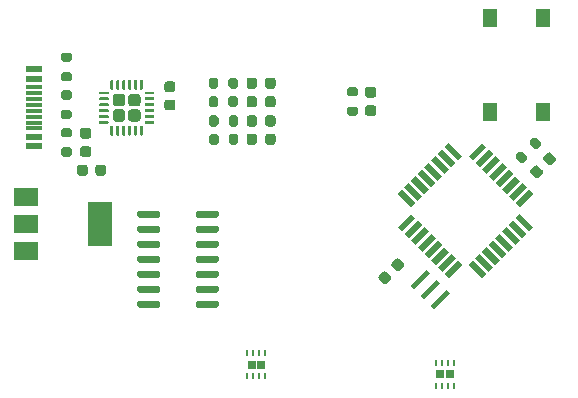
<source format=gbr>
%TF.GenerationSoftware,KiCad,Pcbnew,(5.1.10)-1*%
%TF.CreationDate,2021-10-28T16:28:33-07:00*%
%TF.ProjectId,AtlasPD,41746c61-7350-4442-9e6b-696361645f70,1.0*%
%TF.SameCoordinates,Original*%
%TF.FileFunction,Paste,Top*%
%TF.FilePolarity,Positive*%
%FSLAX46Y46*%
G04 Gerber Fmt 4.6, Leading zero omitted, Abs format (unit mm)*
G04 Created by KiCad (PCBNEW (5.1.10)-1) date 2021-10-28 16:28:33*
%MOMM*%
%LPD*%
G01*
G04 APERTURE LIST*
%ADD10R,0.650000X0.750000*%
%ADD11R,0.250000X0.500000*%
%ADD12R,1.300000X1.550000*%
%ADD13C,0.100000*%
%ADD14R,2.000000X1.500000*%
%ADD15R,2.000000X3.800000*%
%ADD16R,1.450000X0.600000*%
%ADD17R,1.450000X0.300000*%
G04 APERTURE END LIST*
%TO.C,C205*%
G36*
G01*
X238560800Y-36494600D02*
X239060800Y-36494600D01*
G75*
G02*
X239285800Y-36719600I0J-225000D01*
G01*
X239285800Y-37169600D01*
G75*
G02*
X239060800Y-37394600I-225000J0D01*
G01*
X238560800Y-37394600D01*
G75*
G02*
X238335800Y-37169600I0J225000D01*
G01*
X238335800Y-36719600D01*
G75*
G02*
X238560800Y-36494600I225000J0D01*
G01*
G37*
G36*
G01*
X238560800Y-34944600D02*
X239060800Y-34944600D01*
G75*
G02*
X239285800Y-35169600I0J-225000D01*
G01*
X239285800Y-35619600D01*
G75*
G02*
X239060800Y-35844600I-225000J0D01*
G01*
X238560800Y-35844600D01*
G75*
G02*
X238335800Y-35619600I0J225000D01*
G01*
X238335800Y-35169600D01*
G75*
G02*
X238560800Y-34944600I225000J0D01*
G01*
G37*
%TD*%
%TO.C,C403*%
G36*
G01*
X214863800Y-41736200D02*
X214863800Y-42236200D01*
G75*
G02*
X214638800Y-42461200I-225000J0D01*
G01*
X214188800Y-42461200D01*
G75*
G02*
X213963800Y-42236200I0J225000D01*
G01*
X213963800Y-41736200D01*
G75*
G02*
X214188800Y-41511200I225000J0D01*
G01*
X214638800Y-41511200D01*
G75*
G02*
X214863800Y-41736200I0J-225000D01*
G01*
G37*
G36*
G01*
X216413800Y-41736200D02*
X216413800Y-42236200D01*
G75*
G02*
X216188800Y-42461200I-225000J0D01*
G01*
X215738800Y-42461200D01*
G75*
G02*
X215513800Y-42236200I0J225000D01*
G01*
X215513800Y-41736200D01*
G75*
G02*
X215738800Y-41511200I225000J0D01*
G01*
X216188800Y-41511200D01*
G75*
G02*
X216413800Y-41736200I0J-225000D01*
G01*
G37*
%TD*%
D10*
%TO.C,U302*%
X244729000Y-59270900D03*
X245529000Y-59270900D03*
D11*
X245379000Y-58320900D03*
X245879000Y-58320900D03*
X245879000Y-60220900D03*
X244879000Y-60220900D03*
X244379000Y-60220900D03*
X244379000Y-58320900D03*
X244879000Y-58320900D03*
X245379000Y-60220900D03*
%TD*%
D10*
%TO.C,U303*%
X228739800Y-58445400D03*
X229539800Y-58445400D03*
D11*
X229389800Y-57495400D03*
X229889800Y-57495400D03*
X229889800Y-59395400D03*
X228889800Y-59395400D03*
X228389800Y-59395400D03*
X228389800Y-57495400D03*
X228889800Y-57495400D03*
X229389800Y-59395400D03*
%TD*%
%TO.C,U301*%
G36*
G01*
X221004000Y-53190000D02*
X221004000Y-53490000D01*
G75*
G02*
X220854000Y-53640000I-150000J0D01*
G01*
X219204000Y-53640000D01*
G75*
G02*
X219054000Y-53490000I0J150000D01*
G01*
X219054000Y-53190000D01*
G75*
G02*
X219204000Y-53040000I150000J0D01*
G01*
X220854000Y-53040000D01*
G75*
G02*
X221004000Y-53190000I0J-150000D01*
G01*
G37*
G36*
G01*
X221004000Y-51920000D02*
X221004000Y-52220000D01*
G75*
G02*
X220854000Y-52370000I-150000J0D01*
G01*
X219204000Y-52370000D01*
G75*
G02*
X219054000Y-52220000I0J150000D01*
G01*
X219054000Y-51920000D01*
G75*
G02*
X219204000Y-51770000I150000J0D01*
G01*
X220854000Y-51770000D01*
G75*
G02*
X221004000Y-51920000I0J-150000D01*
G01*
G37*
G36*
G01*
X221004000Y-50650000D02*
X221004000Y-50950000D01*
G75*
G02*
X220854000Y-51100000I-150000J0D01*
G01*
X219204000Y-51100000D01*
G75*
G02*
X219054000Y-50950000I0J150000D01*
G01*
X219054000Y-50650000D01*
G75*
G02*
X219204000Y-50500000I150000J0D01*
G01*
X220854000Y-50500000D01*
G75*
G02*
X221004000Y-50650000I0J-150000D01*
G01*
G37*
G36*
G01*
X221004000Y-49380000D02*
X221004000Y-49680000D01*
G75*
G02*
X220854000Y-49830000I-150000J0D01*
G01*
X219204000Y-49830000D01*
G75*
G02*
X219054000Y-49680000I0J150000D01*
G01*
X219054000Y-49380000D01*
G75*
G02*
X219204000Y-49230000I150000J0D01*
G01*
X220854000Y-49230000D01*
G75*
G02*
X221004000Y-49380000I0J-150000D01*
G01*
G37*
G36*
G01*
X221004000Y-48110000D02*
X221004000Y-48410000D01*
G75*
G02*
X220854000Y-48560000I-150000J0D01*
G01*
X219204000Y-48560000D01*
G75*
G02*
X219054000Y-48410000I0J150000D01*
G01*
X219054000Y-48110000D01*
G75*
G02*
X219204000Y-47960000I150000J0D01*
G01*
X220854000Y-47960000D01*
G75*
G02*
X221004000Y-48110000I0J-150000D01*
G01*
G37*
G36*
G01*
X221004000Y-46840000D02*
X221004000Y-47140000D01*
G75*
G02*
X220854000Y-47290000I-150000J0D01*
G01*
X219204000Y-47290000D01*
G75*
G02*
X219054000Y-47140000I0J150000D01*
G01*
X219054000Y-46840000D01*
G75*
G02*
X219204000Y-46690000I150000J0D01*
G01*
X220854000Y-46690000D01*
G75*
G02*
X221004000Y-46840000I0J-150000D01*
G01*
G37*
G36*
G01*
X221004000Y-45570000D02*
X221004000Y-45870000D01*
G75*
G02*
X220854000Y-46020000I-150000J0D01*
G01*
X219204000Y-46020000D01*
G75*
G02*
X219054000Y-45870000I0J150000D01*
G01*
X219054000Y-45570000D01*
G75*
G02*
X219204000Y-45420000I150000J0D01*
G01*
X220854000Y-45420000D01*
G75*
G02*
X221004000Y-45570000I0J-150000D01*
G01*
G37*
G36*
G01*
X225954000Y-45570000D02*
X225954000Y-45870000D01*
G75*
G02*
X225804000Y-46020000I-150000J0D01*
G01*
X224154000Y-46020000D01*
G75*
G02*
X224004000Y-45870000I0J150000D01*
G01*
X224004000Y-45570000D01*
G75*
G02*
X224154000Y-45420000I150000J0D01*
G01*
X225804000Y-45420000D01*
G75*
G02*
X225954000Y-45570000I0J-150000D01*
G01*
G37*
G36*
G01*
X225954000Y-46840000D02*
X225954000Y-47140000D01*
G75*
G02*
X225804000Y-47290000I-150000J0D01*
G01*
X224154000Y-47290000D01*
G75*
G02*
X224004000Y-47140000I0J150000D01*
G01*
X224004000Y-46840000D01*
G75*
G02*
X224154000Y-46690000I150000J0D01*
G01*
X225804000Y-46690000D01*
G75*
G02*
X225954000Y-46840000I0J-150000D01*
G01*
G37*
G36*
G01*
X225954000Y-48110000D02*
X225954000Y-48410000D01*
G75*
G02*
X225804000Y-48560000I-150000J0D01*
G01*
X224154000Y-48560000D01*
G75*
G02*
X224004000Y-48410000I0J150000D01*
G01*
X224004000Y-48110000D01*
G75*
G02*
X224154000Y-47960000I150000J0D01*
G01*
X225804000Y-47960000D01*
G75*
G02*
X225954000Y-48110000I0J-150000D01*
G01*
G37*
G36*
G01*
X225954000Y-49380000D02*
X225954000Y-49680000D01*
G75*
G02*
X225804000Y-49830000I-150000J0D01*
G01*
X224154000Y-49830000D01*
G75*
G02*
X224004000Y-49680000I0J150000D01*
G01*
X224004000Y-49380000D01*
G75*
G02*
X224154000Y-49230000I150000J0D01*
G01*
X225804000Y-49230000D01*
G75*
G02*
X225954000Y-49380000I0J-150000D01*
G01*
G37*
G36*
G01*
X225954000Y-50650000D02*
X225954000Y-50950000D01*
G75*
G02*
X225804000Y-51100000I-150000J0D01*
G01*
X224154000Y-51100000D01*
G75*
G02*
X224004000Y-50950000I0J150000D01*
G01*
X224004000Y-50650000D01*
G75*
G02*
X224154000Y-50500000I150000J0D01*
G01*
X225804000Y-50500000D01*
G75*
G02*
X225954000Y-50650000I0J-150000D01*
G01*
G37*
G36*
G01*
X225954000Y-51920000D02*
X225954000Y-52220000D01*
G75*
G02*
X225804000Y-52370000I-150000J0D01*
G01*
X224154000Y-52370000D01*
G75*
G02*
X224004000Y-52220000I0J150000D01*
G01*
X224004000Y-51920000D01*
G75*
G02*
X224154000Y-51770000I150000J0D01*
G01*
X225804000Y-51770000D01*
G75*
G02*
X225954000Y-51920000I0J-150000D01*
G01*
G37*
G36*
G01*
X225954000Y-53190000D02*
X225954000Y-53490000D01*
G75*
G02*
X225804000Y-53640000I-150000J0D01*
G01*
X224154000Y-53640000D01*
G75*
G02*
X224004000Y-53490000I0J150000D01*
G01*
X224004000Y-53190000D01*
G75*
G02*
X224154000Y-53040000I150000J0D01*
G01*
X225804000Y-53040000D01*
G75*
G02*
X225954000Y-53190000I0J-150000D01*
G01*
G37*
%TD*%
%TO.C,D204*%
G36*
G01*
X229889800Y-36451250D02*
X229889800Y-35938750D01*
G75*
G02*
X230108550Y-35720000I218750J0D01*
G01*
X230546050Y-35720000D01*
G75*
G02*
X230764800Y-35938750I0J-218750D01*
G01*
X230764800Y-36451250D01*
G75*
G02*
X230546050Y-36670000I-218750J0D01*
G01*
X230108550Y-36670000D01*
G75*
G02*
X229889800Y-36451250I0J218750D01*
G01*
G37*
G36*
G01*
X228314800Y-36451250D02*
X228314800Y-35938750D01*
G75*
G02*
X228533550Y-35720000I218750J0D01*
G01*
X228971050Y-35720000D01*
G75*
G02*
X229189800Y-35938750I0J-218750D01*
G01*
X229189800Y-36451250D01*
G75*
G02*
X228971050Y-36670000I-218750J0D01*
G01*
X228533550Y-36670000D01*
G75*
G02*
X228314800Y-36451250I0J218750D01*
G01*
G37*
%TD*%
%TO.C,D201*%
G36*
G01*
X229889800Y-34876450D02*
X229889800Y-34363950D01*
G75*
G02*
X230108550Y-34145200I218750J0D01*
G01*
X230546050Y-34145200D01*
G75*
G02*
X230764800Y-34363950I0J-218750D01*
G01*
X230764800Y-34876450D01*
G75*
G02*
X230546050Y-35095200I-218750J0D01*
G01*
X230108550Y-35095200D01*
G75*
G02*
X229889800Y-34876450I0J218750D01*
G01*
G37*
G36*
G01*
X228314800Y-34876450D02*
X228314800Y-34363950D01*
G75*
G02*
X228533550Y-34145200I218750J0D01*
G01*
X228971050Y-34145200D01*
G75*
G02*
X229189800Y-34363950I0J-218750D01*
G01*
X229189800Y-34876450D01*
G75*
G02*
X228971050Y-35095200I-218750J0D01*
G01*
X228533550Y-35095200D01*
G75*
G02*
X228314800Y-34876450I0J218750D01*
G01*
G37*
%TD*%
%TO.C,D203*%
G36*
G01*
X229889800Y-38076850D02*
X229889800Y-37564350D01*
G75*
G02*
X230108550Y-37345600I218750J0D01*
G01*
X230546050Y-37345600D01*
G75*
G02*
X230764800Y-37564350I0J-218750D01*
G01*
X230764800Y-38076850D01*
G75*
G02*
X230546050Y-38295600I-218750J0D01*
G01*
X230108550Y-38295600D01*
G75*
G02*
X229889800Y-38076850I0J218750D01*
G01*
G37*
G36*
G01*
X228314800Y-38076850D02*
X228314800Y-37564350D01*
G75*
G02*
X228533550Y-37345600I218750J0D01*
G01*
X228971050Y-37345600D01*
G75*
G02*
X229189800Y-37564350I0J-218750D01*
G01*
X229189800Y-38076850D01*
G75*
G02*
X228971050Y-38295600I-218750J0D01*
G01*
X228533550Y-38295600D01*
G75*
G02*
X228314800Y-38076850I0J218750D01*
G01*
G37*
%TD*%
%TO.C,D202*%
G36*
G01*
X229889800Y-39626250D02*
X229889800Y-39113750D01*
G75*
G02*
X230108550Y-38895000I218750J0D01*
G01*
X230546050Y-38895000D01*
G75*
G02*
X230764800Y-39113750I0J-218750D01*
G01*
X230764800Y-39626250D01*
G75*
G02*
X230546050Y-39845000I-218750J0D01*
G01*
X230108550Y-39845000D01*
G75*
G02*
X229889800Y-39626250I0J218750D01*
G01*
G37*
G36*
G01*
X228314800Y-39626250D02*
X228314800Y-39113750D01*
G75*
G02*
X228533550Y-38895000I218750J0D01*
G01*
X228971050Y-38895000D01*
G75*
G02*
X229189800Y-39113750I0J-218750D01*
G01*
X229189800Y-39626250D01*
G75*
G02*
X228971050Y-39845000I-218750J0D01*
G01*
X228533550Y-39845000D01*
G75*
G02*
X228314800Y-39626250I0J218750D01*
G01*
G37*
%TD*%
%TO.C,R201*%
G36*
G01*
X213330200Y-36024000D02*
X212780200Y-36024000D01*
G75*
G02*
X212580200Y-35824000I0J200000D01*
G01*
X212580200Y-35424000D01*
G75*
G02*
X212780200Y-35224000I200000J0D01*
G01*
X213330200Y-35224000D01*
G75*
G02*
X213530200Y-35424000I0J-200000D01*
G01*
X213530200Y-35824000D01*
G75*
G02*
X213330200Y-36024000I-200000J0D01*
G01*
G37*
G36*
G01*
X213330200Y-37674000D02*
X212780200Y-37674000D01*
G75*
G02*
X212580200Y-37474000I0J200000D01*
G01*
X212580200Y-37074000D01*
G75*
G02*
X212780200Y-36874000I200000J0D01*
G01*
X213330200Y-36874000D01*
G75*
G02*
X213530200Y-37074000I0J-200000D01*
G01*
X213530200Y-37474000D01*
G75*
G02*
X213330200Y-37674000I-200000J0D01*
G01*
G37*
%TD*%
D12*
%TO.C,SW201*%
X248879800Y-37071200D03*
X253379800Y-37071200D03*
X253379800Y-29121200D03*
X248879800Y-29121200D03*
%TD*%
D13*
%TO.C,Y201*%
G36*
X243814973Y-50726870D02*
G01*
X242471470Y-52070373D01*
X242188627Y-51787530D01*
X243532130Y-50444027D01*
X243814973Y-50726870D01*
G37*
G36*
X244663502Y-51575398D02*
G01*
X243319999Y-52918901D01*
X243037156Y-52636058D01*
X244380659Y-51292555D01*
X244663502Y-51575398D01*
G37*
G36*
X245512030Y-52423927D02*
G01*
X244168527Y-53767430D01*
X243885684Y-53484587D01*
X245229187Y-52141084D01*
X245512030Y-52423927D01*
G37*
%TD*%
D14*
%TO.C,U401*%
X209600400Y-44258200D03*
X209600400Y-48858200D03*
X209600400Y-46558200D03*
D15*
X215900400Y-46558200D03*
%TD*%
%TO.C,U201*%
G36*
G01*
X218285600Y-37628001D02*
X218285600Y-37077999D01*
G75*
G02*
X218535599Y-36828000I249999J0D01*
G01*
X219085601Y-36828000D01*
G75*
G02*
X219335600Y-37077999I0J-249999D01*
G01*
X219335600Y-37628001D01*
G75*
G02*
X219085601Y-37878000I-249999J0D01*
G01*
X218535599Y-37878000D01*
G75*
G02*
X218285600Y-37628001I0J249999D01*
G01*
G37*
G36*
G01*
X218285600Y-36328001D02*
X218285600Y-35777999D01*
G75*
G02*
X218535599Y-35528000I249999J0D01*
G01*
X219085601Y-35528000D01*
G75*
G02*
X219335600Y-35777999I0J-249999D01*
G01*
X219335600Y-36328001D01*
G75*
G02*
X219085601Y-36578000I-249999J0D01*
G01*
X218535599Y-36578000D01*
G75*
G02*
X218285600Y-36328001I0J249999D01*
G01*
G37*
G36*
G01*
X216985600Y-37628001D02*
X216985600Y-37077999D01*
G75*
G02*
X217235599Y-36828000I249999J0D01*
G01*
X217785601Y-36828000D01*
G75*
G02*
X218035600Y-37077999I0J-249999D01*
G01*
X218035600Y-37628001D01*
G75*
G02*
X217785601Y-37878000I-249999J0D01*
G01*
X217235599Y-37878000D01*
G75*
G02*
X216985600Y-37628001I0J249999D01*
G01*
G37*
G36*
G01*
X216985600Y-36328001D02*
X216985600Y-35777999D01*
G75*
G02*
X217235599Y-35528000I249999J0D01*
G01*
X217785601Y-35528000D01*
G75*
G02*
X218035600Y-35777999I0J-249999D01*
G01*
X218035600Y-36328001D01*
G75*
G02*
X217785601Y-36578000I-249999J0D01*
G01*
X217235599Y-36578000D01*
G75*
G02*
X216985600Y-36328001I0J249999D01*
G01*
G37*
G36*
G01*
X216785600Y-35115500D02*
X216785600Y-34415500D01*
G75*
G02*
X216848100Y-34353000I62500J0D01*
G01*
X216973100Y-34353000D01*
G75*
G02*
X217035600Y-34415500I0J-62500D01*
G01*
X217035600Y-35115500D01*
G75*
G02*
X216973100Y-35178000I-62500J0D01*
G01*
X216848100Y-35178000D01*
G75*
G02*
X216785600Y-35115500I0J62500D01*
G01*
G37*
G36*
G01*
X217285600Y-35115500D02*
X217285600Y-34415500D01*
G75*
G02*
X217348100Y-34353000I62500J0D01*
G01*
X217473100Y-34353000D01*
G75*
G02*
X217535600Y-34415500I0J-62500D01*
G01*
X217535600Y-35115500D01*
G75*
G02*
X217473100Y-35178000I-62500J0D01*
G01*
X217348100Y-35178000D01*
G75*
G02*
X217285600Y-35115500I0J62500D01*
G01*
G37*
G36*
G01*
X217785600Y-35115500D02*
X217785600Y-34415500D01*
G75*
G02*
X217848100Y-34353000I62500J0D01*
G01*
X217973100Y-34353000D01*
G75*
G02*
X218035600Y-34415500I0J-62500D01*
G01*
X218035600Y-35115500D01*
G75*
G02*
X217973100Y-35178000I-62500J0D01*
G01*
X217848100Y-35178000D01*
G75*
G02*
X217785600Y-35115500I0J62500D01*
G01*
G37*
G36*
G01*
X218285600Y-35115500D02*
X218285600Y-34415500D01*
G75*
G02*
X218348100Y-34353000I62500J0D01*
G01*
X218473100Y-34353000D01*
G75*
G02*
X218535600Y-34415500I0J-62500D01*
G01*
X218535600Y-35115500D01*
G75*
G02*
X218473100Y-35178000I-62500J0D01*
G01*
X218348100Y-35178000D01*
G75*
G02*
X218285600Y-35115500I0J62500D01*
G01*
G37*
G36*
G01*
X218785600Y-35115500D02*
X218785600Y-34415500D01*
G75*
G02*
X218848100Y-34353000I62500J0D01*
G01*
X218973100Y-34353000D01*
G75*
G02*
X219035600Y-34415500I0J-62500D01*
G01*
X219035600Y-35115500D01*
G75*
G02*
X218973100Y-35178000I-62500J0D01*
G01*
X218848100Y-35178000D01*
G75*
G02*
X218785600Y-35115500I0J62500D01*
G01*
G37*
G36*
G01*
X219285600Y-35115500D02*
X219285600Y-34415500D01*
G75*
G02*
X219348100Y-34353000I62500J0D01*
G01*
X219473100Y-34353000D01*
G75*
G02*
X219535600Y-34415500I0J-62500D01*
G01*
X219535600Y-35115500D01*
G75*
G02*
X219473100Y-35178000I-62500J0D01*
G01*
X219348100Y-35178000D01*
G75*
G02*
X219285600Y-35115500I0J62500D01*
G01*
G37*
G36*
G01*
X219685600Y-35515500D02*
X219685600Y-35390500D01*
G75*
G02*
X219748100Y-35328000I62500J0D01*
G01*
X220448100Y-35328000D01*
G75*
G02*
X220510600Y-35390500I0J-62500D01*
G01*
X220510600Y-35515500D01*
G75*
G02*
X220448100Y-35578000I-62500J0D01*
G01*
X219748100Y-35578000D01*
G75*
G02*
X219685600Y-35515500I0J62500D01*
G01*
G37*
G36*
G01*
X219685600Y-36015500D02*
X219685600Y-35890500D01*
G75*
G02*
X219748100Y-35828000I62500J0D01*
G01*
X220448100Y-35828000D01*
G75*
G02*
X220510600Y-35890500I0J-62500D01*
G01*
X220510600Y-36015500D01*
G75*
G02*
X220448100Y-36078000I-62500J0D01*
G01*
X219748100Y-36078000D01*
G75*
G02*
X219685600Y-36015500I0J62500D01*
G01*
G37*
G36*
G01*
X219685600Y-36515500D02*
X219685600Y-36390500D01*
G75*
G02*
X219748100Y-36328000I62500J0D01*
G01*
X220448100Y-36328000D01*
G75*
G02*
X220510600Y-36390500I0J-62500D01*
G01*
X220510600Y-36515500D01*
G75*
G02*
X220448100Y-36578000I-62500J0D01*
G01*
X219748100Y-36578000D01*
G75*
G02*
X219685600Y-36515500I0J62500D01*
G01*
G37*
G36*
G01*
X219685600Y-37015500D02*
X219685600Y-36890500D01*
G75*
G02*
X219748100Y-36828000I62500J0D01*
G01*
X220448100Y-36828000D01*
G75*
G02*
X220510600Y-36890500I0J-62500D01*
G01*
X220510600Y-37015500D01*
G75*
G02*
X220448100Y-37078000I-62500J0D01*
G01*
X219748100Y-37078000D01*
G75*
G02*
X219685600Y-37015500I0J62500D01*
G01*
G37*
G36*
G01*
X219685600Y-37515500D02*
X219685600Y-37390500D01*
G75*
G02*
X219748100Y-37328000I62500J0D01*
G01*
X220448100Y-37328000D01*
G75*
G02*
X220510600Y-37390500I0J-62500D01*
G01*
X220510600Y-37515500D01*
G75*
G02*
X220448100Y-37578000I-62500J0D01*
G01*
X219748100Y-37578000D01*
G75*
G02*
X219685600Y-37515500I0J62500D01*
G01*
G37*
G36*
G01*
X219685600Y-38015500D02*
X219685600Y-37890500D01*
G75*
G02*
X219748100Y-37828000I62500J0D01*
G01*
X220448100Y-37828000D01*
G75*
G02*
X220510600Y-37890500I0J-62500D01*
G01*
X220510600Y-38015500D01*
G75*
G02*
X220448100Y-38078000I-62500J0D01*
G01*
X219748100Y-38078000D01*
G75*
G02*
X219685600Y-38015500I0J62500D01*
G01*
G37*
G36*
G01*
X219285600Y-38990500D02*
X219285600Y-38290500D01*
G75*
G02*
X219348100Y-38228000I62500J0D01*
G01*
X219473100Y-38228000D01*
G75*
G02*
X219535600Y-38290500I0J-62500D01*
G01*
X219535600Y-38990500D01*
G75*
G02*
X219473100Y-39053000I-62500J0D01*
G01*
X219348100Y-39053000D01*
G75*
G02*
X219285600Y-38990500I0J62500D01*
G01*
G37*
G36*
G01*
X218785600Y-38990500D02*
X218785600Y-38290500D01*
G75*
G02*
X218848100Y-38228000I62500J0D01*
G01*
X218973100Y-38228000D01*
G75*
G02*
X219035600Y-38290500I0J-62500D01*
G01*
X219035600Y-38990500D01*
G75*
G02*
X218973100Y-39053000I-62500J0D01*
G01*
X218848100Y-39053000D01*
G75*
G02*
X218785600Y-38990500I0J62500D01*
G01*
G37*
G36*
G01*
X218285600Y-38990500D02*
X218285600Y-38290500D01*
G75*
G02*
X218348100Y-38228000I62500J0D01*
G01*
X218473100Y-38228000D01*
G75*
G02*
X218535600Y-38290500I0J-62500D01*
G01*
X218535600Y-38990500D01*
G75*
G02*
X218473100Y-39053000I-62500J0D01*
G01*
X218348100Y-39053000D01*
G75*
G02*
X218285600Y-38990500I0J62500D01*
G01*
G37*
G36*
G01*
X217785600Y-38990500D02*
X217785600Y-38290500D01*
G75*
G02*
X217848100Y-38228000I62500J0D01*
G01*
X217973100Y-38228000D01*
G75*
G02*
X218035600Y-38290500I0J-62500D01*
G01*
X218035600Y-38990500D01*
G75*
G02*
X217973100Y-39053000I-62500J0D01*
G01*
X217848100Y-39053000D01*
G75*
G02*
X217785600Y-38990500I0J62500D01*
G01*
G37*
G36*
G01*
X217285600Y-38990500D02*
X217285600Y-38290500D01*
G75*
G02*
X217348100Y-38228000I62500J0D01*
G01*
X217473100Y-38228000D01*
G75*
G02*
X217535600Y-38290500I0J-62500D01*
G01*
X217535600Y-38990500D01*
G75*
G02*
X217473100Y-39053000I-62500J0D01*
G01*
X217348100Y-39053000D01*
G75*
G02*
X217285600Y-38990500I0J62500D01*
G01*
G37*
G36*
G01*
X216785600Y-38990500D02*
X216785600Y-38290500D01*
G75*
G02*
X216848100Y-38228000I62500J0D01*
G01*
X216973100Y-38228000D01*
G75*
G02*
X217035600Y-38290500I0J-62500D01*
G01*
X217035600Y-38990500D01*
G75*
G02*
X216973100Y-39053000I-62500J0D01*
G01*
X216848100Y-39053000D01*
G75*
G02*
X216785600Y-38990500I0J62500D01*
G01*
G37*
G36*
G01*
X215810600Y-38015500D02*
X215810600Y-37890500D01*
G75*
G02*
X215873100Y-37828000I62500J0D01*
G01*
X216573100Y-37828000D01*
G75*
G02*
X216635600Y-37890500I0J-62500D01*
G01*
X216635600Y-38015500D01*
G75*
G02*
X216573100Y-38078000I-62500J0D01*
G01*
X215873100Y-38078000D01*
G75*
G02*
X215810600Y-38015500I0J62500D01*
G01*
G37*
G36*
G01*
X215810600Y-37515500D02*
X215810600Y-37390500D01*
G75*
G02*
X215873100Y-37328000I62500J0D01*
G01*
X216573100Y-37328000D01*
G75*
G02*
X216635600Y-37390500I0J-62500D01*
G01*
X216635600Y-37515500D01*
G75*
G02*
X216573100Y-37578000I-62500J0D01*
G01*
X215873100Y-37578000D01*
G75*
G02*
X215810600Y-37515500I0J62500D01*
G01*
G37*
G36*
G01*
X215810600Y-37015500D02*
X215810600Y-36890500D01*
G75*
G02*
X215873100Y-36828000I62500J0D01*
G01*
X216573100Y-36828000D01*
G75*
G02*
X216635600Y-36890500I0J-62500D01*
G01*
X216635600Y-37015500D01*
G75*
G02*
X216573100Y-37078000I-62500J0D01*
G01*
X215873100Y-37078000D01*
G75*
G02*
X215810600Y-37015500I0J62500D01*
G01*
G37*
G36*
G01*
X215810600Y-36515500D02*
X215810600Y-36390500D01*
G75*
G02*
X215873100Y-36328000I62500J0D01*
G01*
X216573100Y-36328000D01*
G75*
G02*
X216635600Y-36390500I0J-62500D01*
G01*
X216635600Y-36515500D01*
G75*
G02*
X216573100Y-36578000I-62500J0D01*
G01*
X215873100Y-36578000D01*
G75*
G02*
X215810600Y-36515500I0J62500D01*
G01*
G37*
G36*
G01*
X215810600Y-36015500D02*
X215810600Y-35890500D01*
G75*
G02*
X215873100Y-35828000I62500J0D01*
G01*
X216573100Y-35828000D01*
G75*
G02*
X216635600Y-35890500I0J-62500D01*
G01*
X216635600Y-36015500D01*
G75*
G02*
X216573100Y-36078000I-62500J0D01*
G01*
X215873100Y-36078000D01*
G75*
G02*
X215810600Y-36015500I0J62500D01*
G01*
G37*
G36*
G01*
X215810600Y-35515500D02*
X215810600Y-35390500D01*
G75*
G02*
X215873100Y-35328000I62500J0D01*
G01*
X216573100Y-35328000D01*
G75*
G02*
X216635600Y-35390500I0J-62500D01*
G01*
X216635600Y-35515500D01*
G75*
G02*
X216573100Y-35578000I-62500J0D01*
G01*
X215873100Y-35578000D01*
G75*
G02*
X215810600Y-35515500I0J62500D01*
G01*
G37*
%TD*%
D13*
%TO.C,U202*%
G36*
X242612237Y-44735726D02*
G01*
X242223328Y-45124635D01*
X241091957Y-43993264D01*
X241480866Y-43604355D01*
X242612237Y-44735726D01*
G37*
G36*
X243177923Y-44170041D02*
G01*
X242789014Y-44558950D01*
X241657643Y-43427579D01*
X242046552Y-43038670D01*
X243177923Y-44170041D01*
G37*
G36*
X243743608Y-43604355D02*
G01*
X243354699Y-43993264D01*
X242223328Y-42861893D01*
X242612237Y-42472984D01*
X243743608Y-43604355D01*
G37*
G36*
X244309293Y-43038670D02*
G01*
X243920384Y-43427579D01*
X242789013Y-42296208D01*
X243177922Y-41907299D01*
X244309293Y-43038670D01*
G37*
G36*
X244874979Y-42472984D02*
G01*
X244486070Y-42861893D01*
X243354699Y-41730522D01*
X243743608Y-41341613D01*
X244874979Y-42472984D01*
G37*
G36*
X245440664Y-41907299D02*
G01*
X245051755Y-42296208D01*
X243920384Y-41164837D01*
X244309293Y-40775928D01*
X245440664Y-41907299D01*
G37*
G36*
X246006350Y-41341614D02*
G01*
X245617441Y-41730523D01*
X244486070Y-40599152D01*
X244874979Y-40210243D01*
X246006350Y-41341614D01*
G37*
G36*
X246572035Y-40775928D02*
G01*
X246183126Y-41164837D01*
X245051755Y-40033466D01*
X245440664Y-39644557D01*
X246572035Y-40775928D01*
G37*
G36*
X247491274Y-41164837D02*
G01*
X247102365Y-40775928D01*
X248233736Y-39644557D01*
X248622645Y-40033466D01*
X247491274Y-41164837D01*
G37*
G36*
X248056959Y-41730523D02*
G01*
X247668050Y-41341614D01*
X248799421Y-40210243D01*
X249188330Y-40599152D01*
X248056959Y-41730523D01*
G37*
G36*
X248622645Y-42296208D02*
G01*
X248233736Y-41907299D01*
X249365107Y-40775928D01*
X249754016Y-41164837D01*
X248622645Y-42296208D01*
G37*
G36*
X249188330Y-42861893D02*
G01*
X248799421Y-42472984D01*
X249930792Y-41341613D01*
X250319701Y-41730522D01*
X249188330Y-42861893D01*
G37*
G36*
X249754016Y-43427579D02*
G01*
X249365107Y-43038670D01*
X250496478Y-41907299D01*
X250885387Y-42296208D01*
X249754016Y-43427579D01*
G37*
G36*
X250319701Y-43993264D02*
G01*
X249930792Y-43604355D01*
X251062163Y-42472984D01*
X251451072Y-42861893D01*
X250319701Y-43993264D01*
G37*
G36*
X250885386Y-44558950D02*
G01*
X250496477Y-44170041D01*
X251627848Y-43038670D01*
X252016757Y-43427579D01*
X250885386Y-44558950D01*
G37*
G36*
X251451072Y-45124635D02*
G01*
X251062163Y-44735726D01*
X252193534Y-43604355D01*
X252582443Y-43993264D01*
X251451072Y-45124635D01*
G37*
G36*
X252582443Y-46786336D02*
G01*
X252193534Y-47175245D01*
X251062163Y-46043874D01*
X251451072Y-45654965D01*
X252582443Y-46786336D01*
G37*
G36*
X252016757Y-47352021D02*
G01*
X251627848Y-47740930D01*
X250496477Y-46609559D01*
X250885386Y-46220650D01*
X252016757Y-47352021D01*
G37*
G36*
X251451072Y-47917707D02*
G01*
X251062163Y-48306616D01*
X249930792Y-47175245D01*
X250319701Y-46786336D01*
X251451072Y-47917707D01*
G37*
G36*
X250885387Y-48483392D02*
G01*
X250496478Y-48872301D01*
X249365107Y-47740930D01*
X249754016Y-47352021D01*
X250885387Y-48483392D01*
G37*
G36*
X250319701Y-49049078D02*
G01*
X249930792Y-49437987D01*
X248799421Y-48306616D01*
X249188330Y-47917707D01*
X250319701Y-49049078D01*
G37*
G36*
X249754016Y-49614763D02*
G01*
X249365107Y-50003672D01*
X248233736Y-48872301D01*
X248622645Y-48483392D01*
X249754016Y-49614763D01*
G37*
G36*
X249188330Y-50180448D02*
G01*
X248799421Y-50569357D01*
X247668050Y-49437986D01*
X248056959Y-49049077D01*
X249188330Y-50180448D01*
G37*
G36*
X248622645Y-50746134D02*
G01*
X248233736Y-51135043D01*
X247102365Y-50003672D01*
X247491274Y-49614763D01*
X248622645Y-50746134D01*
G37*
G36*
X245440664Y-51135043D02*
G01*
X245051755Y-50746134D01*
X246183126Y-49614763D01*
X246572035Y-50003672D01*
X245440664Y-51135043D01*
G37*
G36*
X244874979Y-50569357D02*
G01*
X244486070Y-50180448D01*
X245617441Y-49049077D01*
X246006350Y-49437986D01*
X244874979Y-50569357D01*
G37*
G36*
X244309293Y-50003672D02*
G01*
X243920384Y-49614763D01*
X245051755Y-48483392D01*
X245440664Y-48872301D01*
X244309293Y-50003672D01*
G37*
G36*
X243743608Y-49437987D02*
G01*
X243354699Y-49049078D01*
X244486070Y-47917707D01*
X244874979Y-48306616D01*
X243743608Y-49437987D01*
G37*
G36*
X243177922Y-48872301D02*
G01*
X242789013Y-48483392D01*
X243920384Y-47352021D01*
X244309293Y-47740930D01*
X243177922Y-48872301D01*
G37*
G36*
X242612237Y-48306616D02*
G01*
X242223328Y-47917707D01*
X243354699Y-46786336D01*
X243743608Y-47175245D01*
X242612237Y-48306616D01*
G37*
G36*
X242046552Y-47740930D02*
G01*
X241657643Y-47352021D01*
X242789014Y-46220650D01*
X243177923Y-46609559D01*
X242046552Y-47740930D01*
G37*
G36*
X241480866Y-47175245D02*
G01*
X241091957Y-46786336D01*
X242223328Y-45654965D01*
X242612237Y-46043874D01*
X241480866Y-47175245D01*
G37*
%TD*%
%TO.C,R209*%
G36*
G01*
X251676225Y-40415866D02*
X252065134Y-40804775D01*
G75*
G02*
X252065134Y-41087617I-141421J-141421D01*
G01*
X251782291Y-41370460D01*
G75*
G02*
X251499449Y-41370460I-141421J141421D01*
G01*
X251110540Y-40981551D01*
G75*
G02*
X251110540Y-40698709I141421J141421D01*
G01*
X251393383Y-40415866D01*
G75*
G02*
X251676225Y-40415866I141421J-141421D01*
G01*
G37*
G36*
G01*
X252842951Y-39249140D02*
X253231860Y-39638049D01*
G75*
G02*
X253231860Y-39920891I-141421J-141421D01*
G01*
X252949017Y-40203734D01*
G75*
G02*
X252666175Y-40203734I-141421J141421D01*
G01*
X252277266Y-39814825D01*
G75*
G02*
X252277266Y-39531983I141421J141421D01*
G01*
X252560109Y-39249140D01*
G75*
G02*
X252842951Y-39249140I141421J-141421D01*
G01*
G37*
%TD*%
%TO.C,R208*%
G36*
G01*
X237011800Y-36594600D02*
X237561800Y-36594600D01*
G75*
G02*
X237761800Y-36794600I0J-200000D01*
G01*
X237761800Y-37194600D01*
G75*
G02*
X237561800Y-37394600I-200000J0D01*
G01*
X237011800Y-37394600D01*
G75*
G02*
X236811800Y-37194600I0J200000D01*
G01*
X236811800Y-36794600D01*
G75*
G02*
X237011800Y-36594600I200000J0D01*
G01*
G37*
G36*
G01*
X237011800Y-34944600D02*
X237561800Y-34944600D01*
G75*
G02*
X237761800Y-35144600I0J-200000D01*
G01*
X237761800Y-35544600D01*
G75*
G02*
X237561800Y-35744600I-200000J0D01*
G01*
X237011800Y-35744600D01*
G75*
G02*
X236811800Y-35544600I0J200000D01*
G01*
X236811800Y-35144600D01*
G75*
G02*
X237011800Y-34944600I200000J0D01*
G01*
G37*
%TD*%
%TO.C,R207*%
G36*
G01*
X225927600Y-35920000D02*
X225927600Y-36470000D01*
G75*
G02*
X225727600Y-36670000I-200000J0D01*
G01*
X225327600Y-36670000D01*
G75*
G02*
X225127600Y-36470000I0J200000D01*
G01*
X225127600Y-35920000D01*
G75*
G02*
X225327600Y-35720000I200000J0D01*
G01*
X225727600Y-35720000D01*
G75*
G02*
X225927600Y-35920000I0J-200000D01*
G01*
G37*
G36*
G01*
X227577600Y-35920000D02*
X227577600Y-36470000D01*
G75*
G02*
X227377600Y-36670000I-200000J0D01*
G01*
X226977600Y-36670000D01*
G75*
G02*
X226777600Y-36470000I0J200000D01*
G01*
X226777600Y-35920000D01*
G75*
G02*
X226977600Y-35720000I200000J0D01*
G01*
X227377600Y-35720000D01*
G75*
G02*
X227577600Y-35920000I0J-200000D01*
G01*
G37*
%TD*%
%TO.C,R204*%
G36*
G01*
X225926600Y-34345200D02*
X225926600Y-34895200D01*
G75*
G02*
X225726600Y-35095200I-200000J0D01*
G01*
X225326600Y-35095200D01*
G75*
G02*
X225126600Y-34895200I0J200000D01*
G01*
X225126600Y-34345200D01*
G75*
G02*
X225326600Y-34145200I200000J0D01*
G01*
X225726600Y-34145200D01*
G75*
G02*
X225926600Y-34345200I0J-200000D01*
G01*
G37*
G36*
G01*
X227576600Y-34345200D02*
X227576600Y-34895200D01*
G75*
G02*
X227376600Y-35095200I-200000J0D01*
G01*
X226976600Y-35095200D01*
G75*
G02*
X226776600Y-34895200I0J200000D01*
G01*
X226776600Y-34345200D01*
G75*
G02*
X226976600Y-34145200I200000J0D01*
G01*
X227376600Y-34145200D01*
G75*
G02*
X227576600Y-34345200I0J-200000D01*
G01*
G37*
%TD*%
%TO.C,R206*%
G36*
G01*
X226789800Y-38095600D02*
X226789800Y-37545600D01*
G75*
G02*
X226989800Y-37345600I200000J0D01*
G01*
X227389800Y-37345600D01*
G75*
G02*
X227589800Y-37545600I0J-200000D01*
G01*
X227589800Y-38095600D01*
G75*
G02*
X227389800Y-38295600I-200000J0D01*
G01*
X226989800Y-38295600D01*
G75*
G02*
X226789800Y-38095600I0J200000D01*
G01*
G37*
G36*
G01*
X225139800Y-38095600D02*
X225139800Y-37545600D01*
G75*
G02*
X225339800Y-37345600I200000J0D01*
G01*
X225739800Y-37345600D01*
G75*
G02*
X225939800Y-37545600I0J-200000D01*
G01*
X225939800Y-38095600D01*
G75*
G02*
X225739800Y-38295600I-200000J0D01*
G01*
X225339800Y-38295600D01*
G75*
G02*
X225139800Y-38095600I0J200000D01*
G01*
G37*
%TD*%
%TO.C,R205*%
G36*
G01*
X226789800Y-39645000D02*
X226789800Y-39095000D01*
G75*
G02*
X226989800Y-38895000I200000J0D01*
G01*
X227389800Y-38895000D01*
G75*
G02*
X227589800Y-39095000I0J-200000D01*
G01*
X227589800Y-39645000D01*
G75*
G02*
X227389800Y-39845000I-200000J0D01*
G01*
X226989800Y-39845000D01*
G75*
G02*
X226789800Y-39645000I0J200000D01*
G01*
G37*
G36*
G01*
X225139800Y-39645000D02*
X225139800Y-39095000D01*
G75*
G02*
X225339800Y-38895000I200000J0D01*
G01*
X225739800Y-38895000D01*
G75*
G02*
X225939800Y-39095000I0J-200000D01*
G01*
X225939800Y-39645000D01*
G75*
G02*
X225739800Y-39845000I-200000J0D01*
G01*
X225339800Y-39845000D01*
G75*
G02*
X225139800Y-39645000I0J200000D01*
G01*
G37*
%TD*%
%TO.C,R203*%
G36*
G01*
X213330200Y-39211200D02*
X212780200Y-39211200D01*
G75*
G02*
X212580200Y-39011200I0J200000D01*
G01*
X212580200Y-38611200D01*
G75*
G02*
X212780200Y-38411200I200000J0D01*
G01*
X213330200Y-38411200D01*
G75*
G02*
X213530200Y-38611200I0J-200000D01*
G01*
X213530200Y-39011200D01*
G75*
G02*
X213330200Y-39211200I-200000J0D01*
G01*
G37*
G36*
G01*
X213330200Y-40861200D02*
X212780200Y-40861200D01*
G75*
G02*
X212580200Y-40661200I0J200000D01*
G01*
X212580200Y-40261200D01*
G75*
G02*
X212780200Y-40061200I200000J0D01*
G01*
X213330200Y-40061200D01*
G75*
G02*
X213530200Y-40261200I0J-200000D01*
G01*
X213530200Y-40661200D01*
G75*
G02*
X213330200Y-40861200I-200000J0D01*
G01*
G37*
%TD*%
%TO.C,R202*%
G36*
G01*
X212780200Y-33673600D02*
X213330200Y-33673600D01*
G75*
G02*
X213530200Y-33873600I0J-200000D01*
G01*
X213530200Y-34273600D01*
G75*
G02*
X213330200Y-34473600I-200000J0D01*
G01*
X212780200Y-34473600D01*
G75*
G02*
X212580200Y-34273600I0J200000D01*
G01*
X212580200Y-33873600D01*
G75*
G02*
X212780200Y-33673600I200000J0D01*
G01*
G37*
G36*
G01*
X212780200Y-32023600D02*
X213330200Y-32023600D01*
G75*
G02*
X213530200Y-32223600I0J-200000D01*
G01*
X213530200Y-32623600D01*
G75*
G02*
X213330200Y-32823600I-200000J0D01*
G01*
X212780200Y-32823600D01*
G75*
G02*
X212580200Y-32623600I0J200000D01*
G01*
X212580200Y-32223600D01*
G75*
G02*
X212780200Y-32023600I200000J0D01*
G01*
G37*
%TD*%
D16*
%TO.C,J201*%
X210343800Y-39953000D03*
X210343800Y-39153000D03*
X210343800Y-34253000D03*
X210343800Y-33453000D03*
X210343800Y-33453000D03*
X210343800Y-34253000D03*
X210343800Y-39153000D03*
X210343800Y-39953000D03*
D17*
X210343800Y-34953000D03*
X210343800Y-35453000D03*
X210343800Y-35953000D03*
X210343800Y-36953000D03*
X210343800Y-37453000D03*
X210343800Y-37953000D03*
X210343800Y-38453000D03*
X210343800Y-36453000D03*
%TD*%
%TO.C,C204*%
G36*
G01*
X253009213Y-41632833D02*
X253362767Y-41986387D01*
G75*
G02*
X253362767Y-42304585I-159099J-159099D01*
G01*
X253044569Y-42622783D01*
G75*
G02*
X252726371Y-42622783I-159099J159099D01*
G01*
X252372817Y-42269229D01*
G75*
G02*
X252372817Y-41951031I159099J159099D01*
G01*
X252691015Y-41632833D01*
G75*
G02*
X253009213Y-41632833I159099J-159099D01*
G01*
G37*
G36*
G01*
X254105229Y-40536817D02*
X254458783Y-40890371D01*
G75*
G02*
X254458783Y-41208569I-159099J-159099D01*
G01*
X254140585Y-41526767D01*
G75*
G02*
X253822387Y-41526767I-159099J159099D01*
G01*
X253468833Y-41173213D01*
G75*
G02*
X253468833Y-40855015I159099J159099D01*
G01*
X253787031Y-40536817D01*
G75*
G02*
X254105229Y-40536817I159099J-159099D01*
G01*
G37*
%TD*%
%TO.C,C203*%
G36*
G01*
X240969987Y-50492967D02*
X240616433Y-50139413D01*
G75*
G02*
X240616433Y-49821215I159099J159099D01*
G01*
X240934631Y-49503017D01*
G75*
G02*
X241252829Y-49503017I159099J-159099D01*
G01*
X241606383Y-49856571D01*
G75*
G02*
X241606383Y-50174769I-159099J-159099D01*
G01*
X241288185Y-50492967D01*
G75*
G02*
X240969987Y-50492967I-159099J159099D01*
G01*
G37*
G36*
G01*
X239873971Y-51588983D02*
X239520417Y-51235429D01*
G75*
G02*
X239520417Y-50917231I159099J159099D01*
G01*
X239838615Y-50599033D01*
G75*
G02*
X240156813Y-50599033I159099J-159099D01*
G01*
X240510367Y-50952587D01*
G75*
G02*
X240510367Y-51270785I-159099J-159099D01*
G01*
X240192169Y-51588983D01*
G75*
G02*
X239873971Y-51588983I-159099J159099D01*
G01*
G37*
%TD*%
%TO.C,C201*%
G36*
G01*
X214930800Y-39312000D02*
X214430800Y-39312000D01*
G75*
G02*
X214205800Y-39087000I0J225000D01*
G01*
X214205800Y-38637000D01*
G75*
G02*
X214430800Y-38412000I225000J0D01*
G01*
X214930800Y-38412000D01*
G75*
G02*
X215155800Y-38637000I0J-225000D01*
G01*
X215155800Y-39087000D01*
G75*
G02*
X214930800Y-39312000I-225000J0D01*
G01*
G37*
G36*
G01*
X214930800Y-40862000D02*
X214430800Y-40862000D01*
G75*
G02*
X214205800Y-40637000I0J225000D01*
G01*
X214205800Y-40187000D01*
G75*
G02*
X214430800Y-39962000I225000J0D01*
G01*
X214930800Y-39962000D01*
G75*
G02*
X215155800Y-40187000I0J-225000D01*
G01*
X215155800Y-40637000D01*
G75*
G02*
X214930800Y-40862000I-225000J0D01*
G01*
G37*
%TD*%
%TO.C,C202*%
G36*
G01*
X221568200Y-36025000D02*
X222068200Y-36025000D01*
G75*
G02*
X222293200Y-36250000I0J-225000D01*
G01*
X222293200Y-36700000D01*
G75*
G02*
X222068200Y-36925000I-225000J0D01*
G01*
X221568200Y-36925000D01*
G75*
G02*
X221343200Y-36700000I0J225000D01*
G01*
X221343200Y-36250000D01*
G75*
G02*
X221568200Y-36025000I225000J0D01*
G01*
G37*
G36*
G01*
X221568200Y-34475000D02*
X222068200Y-34475000D01*
G75*
G02*
X222293200Y-34700000I0J-225000D01*
G01*
X222293200Y-35150000D01*
G75*
G02*
X222068200Y-35375000I-225000J0D01*
G01*
X221568200Y-35375000D01*
G75*
G02*
X221343200Y-35150000I0J225000D01*
G01*
X221343200Y-34700000D01*
G75*
G02*
X221568200Y-34475000I225000J0D01*
G01*
G37*
%TD*%
M02*

</source>
